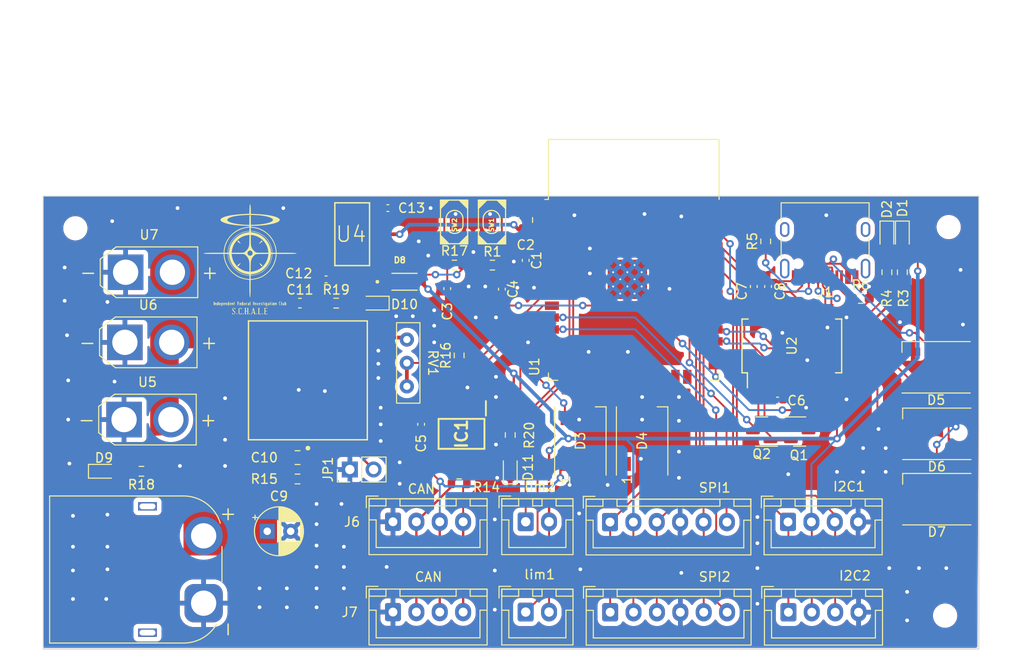
<source format=kicad_pcb>
(kicad_pcb (version 20221018) (generator pcbnew)
  (layers (0 "F.Cu" signal) (31 "B.Cu" signal) (34 "B.Paste" user) (35 "F.Paste" user) (36 "B.SilkS" user "B.Silkscreen") (37 "F.SilkS" user "F.Silkscreen") (38 "B.Mask" user) (39 "F.Mask" user) (44 "Edge.Cuts" user))
  (net 0 "")
  (net 1 "+3.3V")
  (net 2 "BOOT0")
  (net 3 "EN0")
  (net 4 "VCC")
  (net 5 "Net-(D1-A)")
  (net 6 "Net-(D2-A)")
  (net 8 "BLEStateRGB")
  (net 10 "SPIState")
  (net 12 "RGB1")
  (net 13 "RGB2")
  (net 15 "CANTX")
  (net 16 "CANRX")
  (net 17 "CANL")
  (net 18 "CANH")
  (net 19 "Net-(J1-CC1)")
  (net 20 "USB0D+")
  (net 21 "USB0D-")
  (net 23 "Net-(J1-CC2)")
  (net 26 "MOSI")
  (net 27 "MISO")
  (net 28 "SCLK")
  (net 29 "SS1")
  (net 30 "SS2")
  (net 31 "SCL")
  (net 32 "SDA")
  (net 33 "Net-(JP1-B)")
  (net 38 "Net-(MD1-TRIM)")
  (net 40 "RTS0")
  (net 41 "DTR0")
  (net 42 "Net-(U2-CBUS0)")
  (net 43 "Net-(U2-CBUS1)")
  (net 44 "Net-(R16-Pad1)")
  (net 47 "lim1")
  (net 48 "lim2")
  (net 59 "RX0")
  (net 60 "TX0")
  (net 72 "GND")
  (net 73 "+5V")
  (net 74 "+BATT")
  (net 75 "Net-(D9-A)")
  (net 76 "Net-(D10-A)")
  (net 77 "Net-(D11-A)")
  (net 78 "led1")
  (net 81 "Net-(D6-DOUT)")
  (footprint "Resistor_SMD:R_0603_1608Metric" (layer "F.Cu") (at 124.46 132.334 180)
    (fp_text reference "R14")
    (fp_text value "120")
  )
  (footprint "Connector_AMASS:AMASS_XT30U-M_1x02_P5.0mm_Vertical" (layer "F.Cu") (at 88.813 109.728)
    (fp_text reference "U7")
    (fp_text value "XT30PW-M")
  )
  (footprint "0-Myparts:SOIC127P600X175-8N" (layer "F.Cu") (at 124.714 127 -90)
    (fp_text reference "IC1")
    (fp_text value "TJA1441AT_0Z" hide)
  )
  (footprint "LED_SMD:LED_WS2812B_PLCC4_5.0x5.0mm_P3.2mm" (layer "F.Cu") (at 175.514 127 180)
    (fp_text reference "D6")
    (fp_text value "WS2812B")
  )
  (footprint "Capacitor_THT:CP_Radial_D5.0mm_P2.50mm" (layer "F.Cu") (at 103.950888 137.414)
    (fp_text reference "C9")
    (fp_text value "220u")
  )
  (footprint "Connector_JST:JST_XH_B2B-XH-A_1x02_P2.50mm_Vertical" (layer "F.Cu") (at 131.572 136.398)
    (fp_text reference "J9" hide)
    (fp_text value "Conn_01x02")
  )
  (footprint "MountingHole:MountingHole_2.1mm" (layer "F.Cu") (at 176.784 104.902)
    (fp_text reference "REF**" hide)
    (fp_text value "MountingHole_2.1mm")
  )
  (footprint "Connector_JST:JST_XH_B4B-XH-A_1x04_P2.50mm_Vertical" (layer "F.Cu") (at 117.388 136.398)
    (fp_text reference "J6")
    (fp_text value "Conn_01x04")
  )
  (footprint "Package_SO:SSOP-28_5.3x10.2mm_P0.65mm" (layer "F.Cu") (at 160.02 117.602 90)
    (fp_text reference "U2")
    (fp_text value "FT232RL")
  )
  (footprint "Connector_AMASS:AMASS_XT60PW-M_1x02_P7.20mm_Horizontal" (layer "F.Cu") (at 97.15 145.1 90)
    (fp_text reference "U3" hide)
    (fp_text value "XT60PW-M")
  )
  (footprint "LED_SMD:LED_0603_1608Metric_Pad1.05x0.95mm_HandSolder" (layer "F.Cu") (at 129.921 130.683 90)
    (fp_text reference "D11")
    (fp_text value "LED")
  )
  (footprint "0-Myparts:SS2040FL" (layer "F.Cu") (at 118.618 110.744)
    (fp_text reference "D8")
    (fp_text value "D")
  )
  (footprint "Capacitor_SMD:C_0402_1005Metric" (layer "F.Cu") (at 116.84 102.87)
    (fp_text reference "C13")
    (fp_text value "1u")
  )
  (footprint "Connector_USB:USB_C_Receptacle_HRO_TYPE-C-31-M-12" (layer "F.Cu") (at 163.578 106.206 180)
    (fp_text reference "J1")
    (fp_text value "USB_C_Receptacle_USB2.0")
  )
  (footprint "Capacitor_SMD:C_0603_1608Metric_Pad1.08x0.95mm_HandSolder" (layer "F.Cu") (at 107.442 113.03)
    (fp_text reference "C11")
    (fp_text value "10u")
  )
  (footprint "Connector_JST:JST_XH_B4B-XH-A_1x04_P2.50mm_Vertical" (layer "F.Cu") (at 159.652 146.067)
    (fp_text reference "J5" hide)
    (fp_text value "I2C2")
  )
  (footprint "Resistor_SMD:R_0603_1608Metric_Pad0.98x0.95mm_HandSolder" (layer "F.Cu") (at 124.46 118.618 90)
    (fp_text reference "R16")
    (fp_text value "1.2k")
  )
  (footprint "Package_TO_SOT_SMD:SOT-23" (layer "F.Cu") (at 160.8605 126.752896)
    (fp_text reference "Q1")
    (fp_text value "BSS138")
  )
  (footprint "0-Myparts:SKRPABE010" (layer "F.Cu") (at 129.32275 106.58325 90)
    (fp_text reference "SW1")
    (fp_text value "EN0")
  )
  (footprint "Capacitor_SMD:C_0402_1005Metric" (layer "F.Cu") (at 120.396 125.984 -90)
    (fp_text reference "C5")
    (fp_text value "0.1u")
  )
  (footprint "LED_SMD:LED_WS2812B_PLCC4_5.0x5.0mm_P3.2mm" (layer "F.Cu") (at 175.514 133.984 180)
    (fp_text reference "D7")
    (fp_text value "WS2812B")
  )
  (footprint "Capacitor_SMD:C_0402_1005Metric" (layer "F.Cu") (at 110.236 110.49)
    (fp_text reference "C12")
    (fp_text value "1u")
  )
  (footprint "Capacitor_SMD:C_0402_1005Metric_Pad0.74x0.62mm_HandSolder" (layer "F.Cu") (at 131.572 108.458 -90)
    (fp_text reference "C1")
    (fp_text value "0.1u")
  )
  (footprint "Resistor_SMD:R_0603_1608Metric_Pad0.98x0.95mm_HandSolder" (layer "F.Cu") (at 90.5 131 180)
    (fp_text reference "R18")
    (fp_text value "R")
  )
  (footprint "RF_Module:ESP32-WROOM-32" (layer "F.Cu") (at 143.124 111.394)
    (fp_text reference "U1")
    (fp_text value "ESP32-WROOM-32")
  )
  (footprint "LED_SMD:LED_0603_1608Metric_Pad1.05x0.95mm_HandSolder" (layer "F.Cu") (at 171.831 105.918 -90)
    (fp_text reference "D1")
    (fp_text value "LED")
  )
  (footprint "Connector_JST:JST_XH_B4B-XH-A_1x04_P2.50mm_Vertical" (layer "F.Cu") (at 117.388 146.05)
    (fp_text reference "J7")
    (fp_text value "Conn_01x04")
  )
  (footprint "Connector_JST:JST_XH_B2B-XH-A_1x02_P2.50mm_Vertical" (layer "F.Cu") (at 131.572 146.05)
    (fp_text reference "J8" hide)
    (fp_text value "Conn_01x02")
  )
  (footprint "Resistor_SMD:R_0603_1608Metric_Pad0.98x0.95mm_HandSolder" (layer "F.Cu") (at 170.18 109.728 -90)
    (fp_text reference "R4")
    (fp_text value "R")
  )
  (footprint "Capacitor_SMD:C_0805_2012Metric_Pad1.18x1.45mm_HandSolder" (layer "F.Cu") (at 131.572 104.14 90)
    (fp_text reference "C2")
    (fp_text value "22u")
  )
  (footprint "Connector_AMASS:AMASS_XT30U-M_1x02_P5.0mm_Vertical" (layer "F.Cu") (at 88.733 117.221)
    (fp_text reference "U6")
    (fp_text value "XT30PW-M")
  )
  (footprint "LED_SMD:LED_WS2812B_PLCC4_5.0x5.0mm_P3.2mm" (layer "F.Cu") (at 175.44 119.888 180)
    (fp_text reference "D5")
    (fp_text value "WS2812B")
  )
  (footprint "Resistor_SMD:R_0603_1608Metric" (layer "F.Cu") (at 128.016 108.966)
    (fp_text reference "R1")
    (fp_text value "10k")
  )
  (footprint "Connector_JST:JST_XH_B6B-XH-A_1x06_P2.50mm_Vertical" (layer "F.Cu") (at 140.582 136.432)
    (fp_text reference "J2" hide)
    (fp_text value "SPI1")
  )
  (footprint "0-Myparts:SOT230P700X180-4N" (layer "F.Cu") (at 113.03 105.664)
    (fp_text reference "U4")
    (fp_text value "ADP3338AKCZ-3.3")
  )
  (footprint "0-Myparts:SKRPABE010" (layer "F.Cu") (at 122.568 102.116 -90)
    (fp_text reference "SW2")
    (fp_text value "BOOT0")
  )
  (footprint "Capacitor_SMD:C_0402_1005Metric_Pad0.74x0.62mm_HandSolder" (layer "F.Cu") (at 158.496 123.444)
    (fp_text reference "C6")
    (fp_text value "0.1u")
  )
  (footprint "0-Myparts:TSR-3296" (layer "F.Cu") (at 118.872 119.42 -90)
    (fp_text reference "RV1")
    (fp_text value "20k")
  )
  (footprint "Resistor_SMD:R_0603_1608Metric" (layer "F.Cu") (at 123.952 108.966 180)
    (fp_text reference "R17")
    (fp_text value "10k")
  )
  (footprint "Connector_AMASS:AMASS_XT30U-M_1x02_P5.0mm_Vertical" (layer "F.Cu") (at 88.646 125.476)
    (fp_text reference "U5")
    (fp_text value "XT30PW-M")
  )
  (footprint "Package_TO_SOT_SMD:SOT-23" (layer "F.Cu") (at 156.7965 126.752896 180)
    (fp_text reference "Q2")
    (fp_text value "BSS138")
  )
  (footprint "Connector_PinHeader_2.54mm:PinHeader_1x02_P2.54mm_Vertical" (layer "F.Cu") (at 112.776 130.81 90)
    (fp_text reference "JP1")
    (fp_text value "Jumper_2_Open")
  )
  (footprint "Capacitor_SMD:C_0402_1005Metric_Pad0.74x0.62mm_HandSolder" (layer "F.Cu") (at 157.48 111.252 90)
    (fp_text reference "C8")
    (fp_text value "4.7u")
  )
  (footprint "0-Myparts:smallshcale" (layer "F.Cu") (at 102.108 108.331)
    (fp_text reference "G***" hide)
    (fp_text value "LOGO" hide)
  )
  (footprint "Resistor_SMD:R_0603_1608Metric_Pad0.98x0.95mm_HandSolder" (layer "F.Cu") (at 157.226 106.426 90)
    (fp_text reference "R5")
    (fp_text value "4.7k")
  )
  (footprint "MountingHole:MountingHole_2.1mm" (layer "F.Cu") (at 176.403 146.431)
    (fp_text reference "REF**" hide)
    (fp_text value "MountingHole_2.1mm")
  )
  (footprint "Capacitor_SMD:C_0402_1005Metric_Pad0.74x0.62mm_HandSolder" (layer "F.Cu") (at 155.956 111.252 90)
    (fp_text reference "C7")
    (fp_text value "0.1u")
  )
  (footprint "Resistor_SMD:R_0603_1608Metric_Pad0.98x0.95mm_HandSolder" (layer "F.Cu") (at 167.386 112.522)
    (fp_text reference "R6")
    (fp_text value "4.7k")
  )
  (footprint "LED_SMD:LED_0603_1608Metric_Pad1.05x0.95mm_HandSolder" (layer "F.Cu") (at 170.18 105.918 -90)
    (fp_text reference "D2")
    (fp_text value "LED")
  )
  (footprint "Resistor_SMD:R_0603_1608Metric_Pad0.98x0.95mm_HandSolder" (layer "F.Cu") (at 171.831 109.728 -90)
    (fp_text reference "R3")
    (fp_text value "R")
  )
  (footprint "Resistor_SMD:R_0603_1608Metric_Pad0.98x0.95mm_HandSolder" (layer "F.Cu") (at 129.921 127.127 -90)
    (fp_text reference "R20")
    (fp_text value "R")
  )
  (footprint "Resistor_SMD:R_0603_1608Metric_Pad0.98x0.95mm_HandSolder" (layer "F.Cu") (at 107.188 131.826)
    (fp_text reference "R15")
    (fp_text value "20k")
  )
  (footprint "Resistor_SMD:R_0603_1608Metric_Pad0.98x0.95mm_HandSolder" (layer "F.Cu") (at 111.316 113.03)
    (fp_text reference "R19")
    (fp_text value "R")
  )
  (footprint "Capacitor_SMD:C_0805_2012Metric_Pad1.18x1.45mm_HandSolder" (layer "F.Cu") (at 107.188 129.54)
    (fp_text reference "C10")
    (fp_text value "22u")
  )
  (footprint "LED_SMD:LED_WS2812B_PLCC4_5.0x5.0mm_P3.2mm" (layer "F.Cu") (at 144.018 127.762 90)
    (fp_text reference "D4")
    (fp_text value "WS2812B")
  )
  (footprint "LED_SMD:LED_WS2812B_PLCC4_5.0x5.0mm_P3.2mm" (layer "F.Cu") (at 137.414 127.762 90)
    (fp_text reference "D3")
    (fp_text value "WS2812B")
  )
  (footprint "LED_SMD:LED_0603_1608Metric_Pad1.05x0.95mm_HandSolder" (layer "F.Cu") (at 115.316 113.03 180)
    (fp_text reference "D10")
    (fp_text value "LED")
  )
  (footprint "LED_SMD:LED_0603_1608Metric_Pad1.05x0.95mm_HandSolder" (layer "F.Cu") (at 86.5 131)
    (fp_text reference "D9")
    (fp_text value "LED")
  )
  (footprint "Connector_JST:JST_XH_B6B-XH-A_1x06_P2.50mm_Vertical" (layer "F.Cu") (at 140.602 146.067)
    (fp_text reference "J3" hide)
    (fp_text value "SPI2")
  )
  (footprint "Capacitor_SMD:C_0402_1005Metric" (layer "F.Cu") (at 123.19 111.478 -90)
    (fp_text reference "C3")
    (fp_text value "0.1u")
  )
  (footprint "Capacitor_SMD:C_0402_1005Metric" (layer "F.Cu") (at 129.032 111.534 -90)
    (fp_text reference "C4")
    (fp_text value "0.1u")
  )
  (footprint "Connector_JST:JST_XH_B4B-XH-A_1x04_P2.50mm_Vertical" (layer "F.Cu") (at 159.612 136.415)
    (fp_text reference "J4" hide)
    (fp_text value "I2C1")
  )
  (footprint "MountingHole:MountingHole_2.1mm" (layer "F.Cu") (at 83.439 105.029)
    (fp_text reference "REF**" hide)
    (fp_text value "MountingHole_2.1mm")
  )
  (footprint "0-Myparts:MURATA_OKL-T-6-W12N-C_0" (layer "F.Cu") (at 108.295 121.2825 90)
    (fp_text reference "MD1" hide)
    (fp_text value "OKL-T/6-W12N-C")
  )
  (gr_rect (start 80 101.59) (end 180 150) (stroke (width 0.1)) (fill none) (layer "Edge.Cuts"))
  (gr_text "CAN" (at 119.634 142.875) (layer "F.SilkS") (effects (font (size 1 1)) (justify left bottom)))
  (gr_text "lim2" (at 131.318 133.223) (layer "F.SilkS") (effects (font (size 1 1)) (justify left bottom)))
  (gr_text "I2C1" (at 164.338 133.223) (layer "F.SilkS") (effects (font (size 1 1)) (justify left bottom)))
  (gr_text "SPI1" (at 149.987 133.35) (layer "F.SilkS") (effects (font (size 1 1)) (justify left bottom)))
  (gr_text "I2C2" (at 164.973 142.748) (layer "F.SilkS") (effects (font (size 1 1)) (justify left bottom)))
  (gr_text "lim1" (at 131.318 142.621) (layer "F.SilkS") (effects (font (size 1 1)) (justify left bottom)))
  (gr_text "CAN" (at 118.872 133.477) (layer "F.SilkS") (effects (font (size 1 1)) (justify left bottom)))
  (gr_text "SPI2" (at 149.987 142.875) (layer "F.SilkS") (effects (font (size 1 1)) (justify left bottom)))
  (segment (start 162.152 136.455) (end 162.112 136.415) (width 0.2) (layer "F.Cu") (net 1))
  (segment (start 171.36614 105.043) (end 170.18 105.043) (width 0.2) (layer "F.Cu") (net 1))
  (segment (start 130.302 120.523) (end 130.302 123.571) (width 0.25) (layer "F.Cu") (net 1))
  (segment (start 124.777 109.411) (end 124.777 108.966) (width 0.2) (layer "F.Cu") (net 1))
  (segment (start 134.072 128.818) (end 134.112 128.778) (width 0.25) (layer "F.Cu") (net 1))
  (segment (start 158.5385 122.834) (end 161.696 122.834) (width 0.2) (layer "F.Cu") (net 1))
  (segment (start 161.696 122.834) (end 164.846 125.984) (width 0.2) (layer "F.Cu") (net 1))
  (segment (start 132.3355 104.414) (end 131.572 105.1775) (width 0.4) (layer "F.Cu") (net 1))
  (segment (start 157.9285 123.444) (end 157.745 123.2605) (width 0.2) (layer "F.Cu") (net 1))
  (segment (start 131.572 105.1775) (end 130.8315 105.1775) (width 0.4) (layer "F.Cu") (net 1))
  (segment (start 172.606 106.28286) (end 171.36614 105.043) (width 0.2) (layer "F.Cu") (net 1))
  (segment (start 122.809 129.3) (end 122.809 129.725) (width 0.25) (layer "F.Cu") (net 1))
  (segment (start 116.2304 102.9996) (end 116.2304 105.664) (width 0.2) (layer "F.Cu") (net 1))
  (segment (start 130.8315 105.1775) (end 130.302 104.648) (width 0.4) (layer "F.Cu") (net 1))
  (segment (start 118.11 105.664) (end 116.2304 105.664) (width 0.4) (layer "F.Cu") (net 1))
  (segment (start 134.072 146.05) (end 134.072 136.398) (width 0.2) (layer "F.Cu") (net 1))
  (segment (start 173.482 109.601) (end 173.482 107.188) (width 0.2) (layer "F.Cu") (net 1))
  (segment (start 127 126.873) (end 125.236 126.873) (width 0.25) (layer "F.Cu") (net 1))
  (segment (start 116.36 102.87) (end 116.2304 102.9996) (width 0.2) (layer "F.Cu") (net 1))
  (segment (start 125.236 126.873) (end 122.809 129.3) (width 0.25) (layer "F.Cu") (net 1))
  (segment (start 173.482 107.188) (end 172.606 106.312) (width 0.2) (layer "F.Cu") (net 1))
  (segment (start 124.206 109.982) (end 124.777 109.411) (width 0.2) (layer "F.Cu") (net 1))
  (segment (start 157.745 123.2605) (end 157.745 121.202) (width 0.2) (layer "F.Cu") (net 1))
  (segment (start 121.92 109.982) (end 120.5484 109.982) (width 0.2) (layer "F.Cu") (net 1))
  (segment (start 109.8296 105.664) (end 116.2304 105.664) (width 0.6) (layer "F.Cu") (net 1))
  (segment (start 134.374 104.414) (end 132.3355 104.414) (width 0.4) (layer "F.Cu") (net 1))
  (segment (start 134.072 131.904) (end 134.072 128.818) (width 0.25) (layer "F.Cu") (net 1))
  (segment (start 120.348 109.7816) (end 120.348 110.744) (width 0.4) (layer "F.Cu") (net 1))
  (segment (start 164.846 125.984) (end 164.846 127.508) (width 0.2) (layer "F.Cu") (net 1))
  (segment (start 143.082 136.432) (end 143.082 146.047) (width 0.2) (layer "F.Cu") (net 1))
  (segment (start 124.777 108.966) (end 127.191 108.966) (width 0.2) (layer "F.Cu") (net 1))
  (segment (start 120.5484 109.982) (end 120.348 109.7816) (width 0.2) (layer "F.Cu") (net 1))
  (segment (start 172.606 106.312) (end 172.606 106.28286) (width 0.2) (layer "F.Cu") (net 1))
  (segment (start 121.134 111.53) (end 120.348 110.744) (width 0.4) (layer "F.Cu") (net 1))
  (segment (start 157.9285 123.444) (end 158.5385 122.834) (width 0.2) (layer "F.Cu") (net 1))
  (segment (start 143.082 146.047) (end 143.102 146.067) (width 0.2) (layer "F.Cu") (net 1))
  (segment (start 134.072 136.398) (end 134.072 131.904) (width 0.25) (layer "F.Cu") (net 1))
  (segment (start 116.2304 105.664) (end 120.348 109.7816) (width 0.4) (layer "F.Cu") (net 1))
  (segment (start 162.152 146.067) (end 162.152 136.455) (width 0.2) (layer "F.Cu") (net 1))
  (segment (start 130.302 123.571) (end 127 126.873) (width 0.25) (layer "F.Cu") (net 1))
  (segment (start 131.572 105.1775) (end 131.572 107.8905) (width 0.4) (layer "F.Cu") (net 1))
  (via (at 121.134 111.53) (size 0.8) (drill 0.4) (layers "F.Cu" "B.Cu") (net 1))
  (via (at 136.144 127.508) (size 0.8) (drill 0.4) (layers "F.Cu" "B.Cu") (net 1))
  (via (at 118.11 105.664) (size 0.8) (drill 0.4) (layers "F.Cu" "B.Cu") (net 1))
  (via (at 134.112 128.778) (size 0.8) (drill 0.4) (layers "F.Cu" "B.Cu") (net 1))
  (via (at 130.302 120.523) (size 0.8) (drill 0.4) (layers "F.Cu" "B.Cu") (net 1))
  (via (at 164.846 127.508) (size 0.8) (drill 0.4) (layers "F.Cu" "B.Cu") (net 1))
  (via (at 130.302 104.648) (size 0.8) (drill 0.4) (layers "F.Cu" "B.Cu") (net 1))
  (via (at 173.482 109.601) (size 0.8) (drill 0.4) (layers "F.Cu" "B.Cu") (net 1))
  (via (at 121.92 109.982) (size 0.8) (drill 0.4) (layers "F.Cu" "B.Cu") (net 1))
  (via (at 124.206 109.982) (size 0.8) (drill 0.4) (layers "F.Cu" "B.Cu") (net 1))
  (segment (start 162.112 130.242) (end 162.112 136.415) (width 0.2) (layer "B.Cu") (net 1))
  (segment (start 135.382 127.508) (end 136.144 127.508) (width 0.25) (layer "B.Cu") (net 1))
  (segment (start 164.846 127.508) (end 162.112 130.242) (width 0.2) (layer "B.Cu") (net 1))
  (segment (start 134.366 125.73) (end 136.144 127.508) (width 0.4) (layer "B.Cu") (net 1))
  (segment (start 136.144 127.508) (end 164.846 127.508) (width 0.4) (layer "B.Cu") (net 1))
  (segment (start 124.206 109.982) (end 121.92 109.982) (width 0.2) (layer "B.Cu") (net 1))
  (segment (start 173.482 109.601) (end 173.482 118.872) (width 0.4) (layer "B.Cu") (net 1))
  (segment (start 130.302 120.523) (end 130.175 120.523) (width 0.4) (layer "B.Cu") (net 1))
  (segment (start 143.082 128.35) (end 143.082 136.432) (width 0.25) (layer "B.Cu") (net 1))
  (segment (start 119.126 104.648) (end 118.11 105.664) (width 0.4) (layer "B.Cu") (net 1))
  (segment (start 130.302 120.523) (end 134.366 124.587) (width 0.4) (layer "B.Cu") (net 1))
  (segment (start 134.112 128.778) (end 135.382 127.508) (width 0.25) (layer "B.Cu") (net 1))
  (segment (start 173.482 118.872) (end 164.846 127.508) (width 0.4) (layer "B.Cu") (net 1))
  (segment (start 134.366 124.587) (end 134.366 125.73) (width 0.4) (layer "B.Cu") (net 1))
  (segment (start 142.24 127.508) (end 143.082 128.35) (width 0.25) (layer "B.Cu") (net 1))
  (segment (start 130.175 120.523) (end 121.182 111.53) (width 0.4) (layer "B.Cu") (net 1))
  (segment (start 121.182 111.53) (end 121.134 111.53) (width 0.4) (layer "B.Cu") (net 1))
  (segment (start 130.302 104.648) (end 119.126 104.648) (width 0.4) (layer "B.Cu") (net 1))
  (segment (start 122.868 106.081) (end 122.868 108.707) (width 0.2) (layer "F.Cu") (net 2))
  (segment (start 123.19 110.998) (end 123.19 109.029) (width 0.2) (layer "F.Cu") (net 2))
  (segment (start 123.19 111.025746) (end 123.19 110.998) (width 0.2) (layer "F.Cu") (net 2))
  (segment (start 122.868 108.707) (end 123.127 108.966) (width 0.2) (layer "F.Cu") (net 2))
  (segment (start 144.272 113.284) (end 137.668 113.284) (width 0.2) (layer "F.Cu") (net 2))
  (segment (start 151.874 120.886) (end 151.892 120.904) (width 0.2) (layer "F.Cu") (net 2))
  (segment (start 148.336 117.348) (end 144.272 113.284) (width 0.2) (layer "F.Cu") (net 2))
  (segment (start 159.004 124.46) (end 159.954 124.46) (width 0.2) (layer "F.Cu") (net 2))
  (segment (start 123.19 109.029) (end 123.127 108.966) (width 0.2) (layer "F.Cu") (net 2))
  (segment (start 159.954 124.46) (end 161.798 126.304) (width 0.2) (layer "F.Cu") (net 2))
  (segment (start 122.868 106.081) (end 122.868 102.616) (width 0.2) (layer "F.Cu") (net 2))
  (segment (start 161.798 126.304) (end 161.798 126.752896) (width 0.2) (layer "F.Cu") (net 2))
  (segment (start 130.81 113.284) (end 125.448254 113.284) (width 0.2) (layer "F.Cu") (net 2))
  (segment (start 151.874 119.654) (end 151.874 120.886) (width 0.2) (layer "F.Cu") (net 2))
  (segment (start 125.448254 113.284) (end 123.19 111.025746) (width 0.2) (layer "F.Cu") (net 2))
  (via (at 151.892 120.904) (size 0.8) (drill 0.4) (layers "F.Cu" "B.Cu") (net 2))
  (via (at 137.668 113.284) (size 0.8) (drill 0.4) (layers "F.Cu" "B.Cu") (net 2))
  (via (at 159.004 124.46) (size 0.8) (drill 0.4) (layers "F.Cu" "B.Cu") (net 2))
  (via (at 130.81 113.284) (size 0.8) (drill 0.4) (layers "F.Cu" "B.Cu") (net 2))
  (via (at 148.336 117.348) (size 0.8) (drill 0.4) (layers "F.Cu" "B.Cu") (net 2))
  (segment (start 137.668 113.284) (end 130.81 113.284) (width 0.2) (layer "B.Cu") (net 2))
  (segment (start 155.448 124.46) (end 159.004 124.46) (width 0.2) (layer "B.Cu") (net 2))
  (segment (start 151.892 120.904) (end 155.448 124.46) (width 0.2) (layer "B.Cu") (net 2))
  (segment (start 148.336 117.348) (end 151.892 120.904) (width 0.2) (layer "B.Cu") (net 2))
  (segment (start 149.0825 119.38) (end 149.0825 108.9505) (width 0.2) (layer "F.Cu") (net 3))
  (segment (start 128.841 108.966) (end 129.032 109.157) (width 0.2) (layer "F.Cu") (net 3))
  (segment (start 145.816 105.684) (end 134.374 105.684) (width 0.2) (layer "F.Cu") (net 3))
  (segment (start 129.02275 106.08325) (end 129.02275 108.78425) (width 0.2) (layer "F.Cu") (net 3))
  (segment (start 129.02275 108.78425) (end 128.841 108.966) (width 0.2) (layer "F.Cu") (net 3))
  (segment (start 155.859 126.141) (end 155.194 125.476) (width 0.2) (layer "F.Cu") (net 3))
  (segment (start 149.0825 108.9505) (end 145.816 105.684) (width 0.2) (layer "F.Cu") (net 3))
  (segment (start 129.857 109.982) (end 131.626467 109.982) (width 0.2) (layer "F.Cu") (net 3))
  (segment (start 129.032 109.157) (end 129.032 111.054) (width 0.2) (layer "F.Cu") (net 3))
  (segment (start 132.715 108.893467) (end 132.715 106.807) (width 0.2) (layer "F.Cu") (net 3))
  (segment (start 131.626467 109.982) (end 132.715 108.893467) (width 0.2) (layer "F.Cu") (net 3))
  (segment (start 132.715 106.807) (end 133.838 105.684) (width 0.2) (layer "F.Cu") (net 3))
  (segment (start 129.02275 102.61825) (end 129.02275 106.08325) (width 0.2) (layer "F.Cu") (net 3))
  (segment (start 133.838 105.684) (end 134.374 105.684) (width 0.2) (layer "F.Cu") (net 3))
  (segment (start 128.841 108.966) (end 129.857 109.982) (width 0.2) (layer "F.Cu") (net 3))
  (segment (start 155.859 126.752896) (end 155.859 126.141) (width 0.2) (layer "F.Cu") (net 3))
  (via (at 155.194 125.476) (size 0.8) (drill 0.4) (layers "F.Cu" "B.Cu") (net 3))
  (via (at 149.0825 119.38) (size 0.8) (drill 0.4) (layers "F.Cu" "B.Cu") (net 3))
  (segment (start 155.194 125.476) (end 149.098 119.38) (width 0.2) (layer "B.Cu") (net 3))
  (segment (start 149.098 119.38) (end 149.0825 119.38) (width 0.2) (layer "B.Cu") (net 3))
  (segment (start 116.888 110.744) (end 114.1194 107.9754) (width 0.6) (layer "F.Cu") (net 4))
  (segment (start 109.756 108.049) (end 109.8296 107.9754) (width 0.4) (layer "F.Cu") (net 4))
  (segment (start 114.1194 107.9754) (end 109.8296 107.9754) (width 0.6) (layer "F.Cu") (net 4))
  (segment (start 109.756 110.49) (end 109.756 108.049) (width 0.4) (layer "F.Cu") (net 4))
  (segment (start 171.831 108.8155) (end 171.831 106.793) (width 0.25) (layer "F.Cu") (net 5))
  (segment (start 170.18 108.8155) (end 170.18 106.793) (width 0.2) (layer "F.Cu") (net 6))
  (segment (start 135.764 123.826) (end 135.636 123.698) (width 0.2) (layer "F.Cu") (net 8))
  (segment (start 132.715 120.777) (end 132.715 119.38) (width 0.2) (layer "F.Cu") (net 8))
  (segment (start 133.744378 121.806378) (end 132.715 120.777) (width 0.2) (layer "F.Cu") (net 8))
  (segment (start 135.764 125.312) (end 135.764 123.826) (width 0.2) (layer "F.Cu") (net 8))
  (segment (start 133.711 118.384) (end 134.374 118.384) (width 0.2) (layer "F.Cu") (net 8))
  (segment (start 132.715 119.38) (end 133.711 118.384) (width 0.2) (layer "F.Cu") (net 8))
  (via (at 135.636 123.698) (size 0.8) (drill 0.4) (layers "F.Cu" "B.Cu") (net 8))
  (via (at 133.744378 121.806378) (size 0.8) (drill 0.4) (layers "F.Cu" "B.Cu") (net 8))
  (segment (start 135.636 123.698) (end 133.744378 121.806378) (width 0.2) (layer "B.Cu") (net 8))
  (segment (start 138.684 121.628) (end 138.684 120.904) (width 0.2) (layer "F.Cu") (net 10))
  (segment (start 142.368 125.312) (end 138.684 121.628) (width 0.2) (layer "F.Cu") (net 10))
  (segment (start 157.842 117.456) (end 168.908 117.456) (width 0.2) (layer "F.Cu") (net 12))
  (segment (start 168.908 117.456) (end 172.99 121.538) (width 0.2) (layer "F.Cu") (net 12))
  (segment (start 151.874 115.844) (end 152.8065 115.844) (width 0.2) (layer "F.Cu") (net 12))
  (segment (start 152.8065 115.844) (end 153.0405 116.078) (width 0.2) (layer "F.Cu") (net 12))
  (segment (start 156.972 116.586) (end 157.842 117.456) (width 0.2) (layer "F.Cu") (net 12))
  (via (at 153.0405 116.078) (size 0.8) (drill 0.4) (layers "F.Cu" "B.Cu") (net 12))
  (via (at 156.972 116.586) (size 0.8) (drill 0.4) (layers "F.Cu" "B.Cu") (net 12))
  (segment (start 153.0405 116.078) (end 156.464 116.078) (width 0.2) (layer "B.Cu") (net 12))
  (segment (start 156.464 116.078) (end 156.972 116.586) (width 0.2) (layer "B.Cu") (net 12))
  (segment (start 151.894 117.094) (end 151.874 117.114) (width 0.2) (layer "F.Cu") (net 13))
  (segment (start 157.042622 117.785378) (end 157.113244 117.856) (width 0.2) (layer "F.Cu") (net 13))
  (segment (start 169.164 124.75) (end 173.064 128.65) (width 0.2) (layer "F.Cu") (net 13))
  (segment (start 164.846 117.856) (end 169.164 122.174) (width 0.2) (layer "F.Cu") (net 13))
  (segment (start 153.0405 117.094) (end 151.894 117.094) (width 0.2) (layer "F.Cu") (net 13))
  (segment (start 157.113244 117.856) (end 164.846 117.856) (width 0.2) (layer "F.Cu") (net 13))
  (segment (start 169.164 122.174) (end 169.164 124.75) (width 0.2) (layer "F.Cu") (net 13))
  (via (at 153.0405 117.094) (size 0.8) (drill 0.4) (layers "F.Cu" "B.Cu") (net 13))
  (via (at 157.042622 117.785378) (size 0.8) (drill 0.4) (layers "F.Cu" "B.Cu") (net 13))
  (segment (start 157.042622 117.785378) (end 156.605244 117.348) (width 0.2) (layer "B.Cu") (net 13))
  (segment (start 156.605244 117.348) (end 153.2945 117.348) (width 0.2) (layer "B.Cu") (net 13))
  (segment (start 153.2945 117.348) (end 153.0405 117.094) (width 0.2) (layer "B.Cu") (net 13))
  (segment (start 133.584 112.034) (end 134.374 112.034) (width 0.2) (layer "F.Cu") (net 15))
  (segment (start 122.809 122.809) (end 133.584 112.034) (width 0.2) (layer "F.Cu") (net 15))
  (segment (start 122.809 124.275) (end 122.809 122.809) (width 0.2) (layer "F.Cu") (net 15))
  (segment (start 133.424 113.304) (end 126.619 120.109) (width 0.2) (layer "F.Cu") (net 16))
  (segment (start 126.619 120.109) (end 126.619 124.275) (width 0.2) (layer "F.Cu") (net 16))
  (segment (start 134.374 113.304) (end 133.424 113.304) (width 0.2) (layer "F.Cu") (net 16))
  (segment (start 119.888 136.398) (end 119.888 146.05) (width 0.25) (layer "F.Cu") (net 17))
  (segment (start 124.079 131.89) (end 123.635 132.334) (width 0.2) (layer "F.Cu") (net 17))
  (segment (start 124.079 129.725) (end 124.079 131.89) (width 0.2) (layer "F.Cu") (net 17))
  (segment (start 123.635 132.651) (end 123.635 132.334) (width 0.25) (layer "F.Cu") (net 17))
  (segment (start 119.888 136.398) (end 123.635 132.651) (width 0.25) (layer "F.Cu") (net 17))
  (segment (start 125.349 132.27) (end 125.285 132.334) (width 0.2) (layer "F.Cu") (net 18))
  (segment (start 124.888 132.731) (end 124.888 136.398) (width 0.2) (layer "F.Cu") (net 18))
  (segment (start 125.349 129.725) (end 125.349 132.27) (width 0.2) (layer "F.Cu") (net 18))
  (segment (start 124.888 146.05) (end 124.888 136.398) (width 0.25) (layer "F.Cu") (net 18))
  (segment (start 125.285 132.334) (end 124.888 132.731) (width 0.2) (layer "F.Cu") (net 18))
  (segment (start 166.4735 112.522) (end 166.124 112.522) (width 0.2) (layer "F.Cu") (net 19))
  (segment (start 164.828 111.226) (end 164.828 110.251) (width 0.2) (layer "F.Cu") (net 19))
  (segment (start 166.124 112.522) (end 164.828 111.226) (width 0.2) (layer "F.Cu") (net 19))
  (segment (start 164.245 112.522) (end 164.245 111.577314) (width 0.2) (layer "F.Cu") (net 20))
  (segment (start 162.843801 111.731045) (end 162.828 111.715244) (width 0.2) (layer "F.Cu") (net 20))
  (segment (start 164.846 112.522) (end 164.245 112.522) (width 0.2) (layer "F.Cu") (net 20))
  (segment (start 164.245 114.002) (end 164.245 112.522) (width 0.2) (layer "F.Cu") (net 20))
  (segment (start 162.828 111.715244) (end 162.828 110.251) (width 0.2) (layer "F.Cu") (net 20))
  (segment (start 164.245 111.577314) (end 163.828 111.160314) (width 0.2) (layer "F.Cu") (net 20))
  (segment (start 163.828 111.160314) (end 163.828 110.251) (width 0.2) (layer "F.Cu") (net 20))
  (via (at 162.843801 111.731045) (size 0.8) (drill 0.4) (layers "F.Cu" "B.Cu") (net 20))
  (via (at 164.846 112.522) (size 0.8) (drill 0.4) (layers "F.Cu" "B.Cu") (net 20))
  (segment (start 163.634756 112.522) (end 162.843801 111.731045) (width 0.2) (layer "B.Cu") (net 20))
  (segment (start 164.846 112.522) (end 163.634756 112.522) (width 0.2) (layer "B.Cu") (net 20))
  (segment (start 163.384 109.22) (end 164.272 109.22) (width 0.2) (layer "F.Cu") (net 21))
  (segment (start 163.328 109.276) (end 163.384 109.22) (width 0.2) (layer "F.Cu") (net 21))
  (segment (start 164.328 109.276) (end 164.328 110.251) (width 0.2) (layer "F.Cu") (net 21))
  (segment (start 163.328 110.251) (end 163.328 109.276) (width 0.2) (layer "F.Cu") (net 21))
  (segment (start 163.595 111.493) (end 163.328 111.226) (width 0.2) (layer "F.Cu") (net 21))
  (segment (start 163.595 114.002) (end 163.595 111.493) (width 0.2) (layer "F.Cu") (net 21))
  (segment (start 163.328 111.226) (end 163.328 110.251) (width 0.2) (layer "F.Cu") (net 21))
  (segment (start 164.272 109.22) (end 164.328 109.276) (width 0.2) (layer "F.Cu") (net 21))
  (segment (start 157.226 108.712) (end 157.226 107.3385) (width 0.2) (layer "F.Cu") (net 23))
  (segment (start 161.828 111.73) (end 161.798 111.76) (width 0.2) (layer "F.Cu") (net 23))
  (segment (start 161.828 110.251) (end 161.828 111.73) (width 0.2) (layer "F.Cu") (net 23))
  (via (at 161.798 111.76) (size 0.8) (drill 0.4) (layers "F.Cu" "B.Cu") (net 23))
  (via (at 157.226 108.712) (size 0.8) (drill 0.4) (layers "F.Cu" "B.Cu") (net 23))
  (segment (start 161.798 111.76) (end 160.000629 111.76) (width 0.2) (layer "B.Cu") (net 23))
  (segment (start 160.000629 111.76) (end 157.226 108.985371) (width 0.2) (layer "B.Cu") (net 23))
  (segment (start 157.226 108.985371) (end 157.226 108.712) (width 0.2) (layer "B.Cu") (net 23))
  (segment (start 140.602 136.452) (end 140.582 136.432) (width 0.2) (layer "F.Cu") (net 26))
  (segment (start 151.344 104.414) (end 151.874 104.414) (width 0.2) (layer "F.Cu") (net 26))
  (segment (start 140.582 136.432) (end 144.172 132.842) (width 0.2) (layer "F.Cu") (net 26))
  (segment (start 144.172 132.842) (end 148.606314 132.842) (width 0.2) (layer "F.Cu") (net 26))
  (segment (start 140.602 146.067) (end 140.602 136.452) (width 0.2) (layer "F.Cu") (net 26))
  (segment (start 148.606314 132.842) (end 149.782 131.666314) (width 0.2) (layer "F.Cu") (net 26))
  (segment (start 149.782 105.976) (end 151.344 104.414) (width 0.2) (layer "F.Cu") (net 26))
  (segment (start 149.782 131.666314) (end 149.782 105.976) (width 0.2) (layer "F.Cu") (net 26))
  (segment (start 150.182 131.832) (end 150.182 113.196) (width 0.2) (layer "F.Cu") (net 27))
  (segment (start 145.582 136.432) (end 145.582 146.047) (width 0.2) (layer "F.Cu") (net 27))
  (segment (start 150.182 113.196) (end 151.344 112.034) (width 0.2) (layer "F.Cu") (net 27))
  (segment (start 151.344 112.034) (end 151.874 112.034) (width 0.2) (layer "F.Cu") (net 27))
  (segment (start 145.582 146.047) (end 145.602 146.067) (width 0.2) (layer "F.Cu") (net 27))
  (segment (start 145.582 136.432) (end 150.182 131.832) (width 0.2) (layer "F.Cu") (net 27))
  (segment (start 151.344 113.304) (end 150.582 114.066) (width 0.2) (layer "F.Cu") (net 28))
  (segment (start 151.874 113.304) (end 151.344 113.304) (width 0.2) (layer "F.Cu") (net 28))
  (segment (start 150.602 136.452) (end 150.582 136.432) (width 0.2) (layer "F.Cu") (net 28))
  (segment (start 150.602 146.067) (end 150.602 136.452) (width 0.2) (layer "F.Cu") (net 28))
  (segment (start 150.582 114.066) (end 150.582 136.432) (width 0.2) (layer "F.Cu") (net 28))
  (segment (start 135.5325 114.574) (end 135.5525 114.554) (width 0.2) (layer "F.Cu") (net 29))
  (segment (start 151.384 122.682) (end 153.0405 124.3385) (width 0.2) (layer "F.Cu") (net 29))
  (segment (start 134.374 114.574) (end 135.5325 114.574) (width 0.2) (layer "F.Cu") (net 29))
  (segment (start 153.0405 136.3905) (end 153.082 136.432) (width 0.2) (layer "F.Cu") (net 29))
  (segment (start 153.0405 124.3385) (end 153.0405 136.3905) (width 0.2) (layer "F.Cu") (net 29))
  (via (at 151.384 122.682) (size 0.8) (drill 0.4) (layers "F.Cu" "B.Cu") (net 29))
  (via (at 135.5525 114.554) (size 0.8) (drill 0.4) (layers "F.Cu" "B.Cu") (net 29))
  (segment (start 143.256 114.554) (end 151.384 122.682) (width 0.2) (layer "B.Cu") (net 29))
  (segment (start 135.5525 114.554) (end 143.256 114.554) (width 0.2) (layer "B.Cu") (net 29))
  (segment (start 151.932 144.897) (end 151.932 124.5) (width 0.2) (layer "F.Cu") (net 30))
  (segment (start 153.102 146.067) (end 151.932 144.897) (width 0.2) (layer "F.Cu") (net 30))
  (segment (start 134.394 115.824) (end 134.374 115.844) (width 0.2) (layer "F.Cu") (net 30))
  (segment (start 151.932 124.5) (end 151.892 124.46) (width 0.2) (layer "F.Cu") (net 30))
  (segment (start 135.5525 115.824) (end 134.394 115.824) (width 0.2) (layer "F.Cu") (net 30))
  (via (at 151.892 124.46) (size 0.8) (drill 0.4) (layers "F.Cu" "B.Cu") (net 30))
  (via (at 135.5525 115.824) (size 0.8) (drill 0.4) (layers "F.Cu" "B.Cu") (net 30))
  (segment (start 151.892 124.46) (end 143.256 115.824) (width 0.2) (layer "B.Cu") (net 30))
  (segment (start 143.256 115.824) (end 135.5525 115.824) (width 0.2) (layer "B.Cu") (net 30))
  (segment (start 159.652 146.067) (end 159.652 136.455) (width 0.2) (layer "F.Cu") (net 31))
  (segment (start 152.42 105.684) (end 151.874 105.684) (width 0.2) (layer "F.Cu") (net 31))
  (segment (start 153.416 106.68) (end 152.42 105.684) (width 0.2) (layer "F.Cu") (net 31))
  (segment (start 159.652 136.455) (end 159.612 136.415) (width 0.2) (layer "F.Cu") (net 31))
  (segment (start 153.74 112.0595) (end 153.4405 111.76) (width 0.2) (layer "F.Cu") (net 31))
  (segment (start 153.74 130.543) (end 153.74 112.0595) (width 0.2) (layer "F.Cu") (net 31))
  (segment (start 159.612 136.415) (end 153.74 130.543) (width 0.2) (layer "F.Cu") (net 31))
  (via (at 153.4405 111.76) (size 0.8) (drill 0.4) (layers "F.Cu" "B.Cu") (net 31))
  (via (at 153.416 106.68) (size 0.8) (drill 0.4) (layers "F.Cu" "B.Cu") (net 31))
  (segment (start 153.4405 111.76) (end 153.416 111.7355) (width 0.2) (layer "B.Cu") (net 31))
  (segment (start 153.416 111.7355) (end 153.416 106.68) (width 0.2) (layer "B.Cu") (net 31))
  (segment (start 152.404 109.494) (end 154.14 111.23) (width 0.2) (layer "F.Cu") (net 32))
  (segment (start 154.14 128.74) (end 159.004 133.604) (width 0.2) (layer "F.Cu") (net 32))
  (segment (start 164.652 136.455) (end 164.612 136.415) (width 0.2) (layer "F.Cu") (net 32))
  (segment (start 162.56 133.604) (end 164.612 135.656) (width 0.2) (layer "F.Cu") (net 32))
  (segment (start 159.004 133.604) (end 162.56 133.604) (width 0.2) (layer "F.Cu") (net 32))
  (segment (start 151.874 109.494) (end 152.404 109.494) (width 0.2) (layer "F.Cu") (net 32))
  (segment (start 164.652 146.067) (end 164.652 136.455) (width 0.2) (layer "F.Cu") (net 32))
  (segment (start 164.612 135.656) (end 164.612 136.415) (width 0.2) (layer "F.Cu") (net 32))
  (segment (start 154.14 111.23) (end 154.14 128.74) (width 0.2) (layer "F.Cu") (net 32))
  (segment (start 112.776 128.27) (end 115.316 130.81) (width 0.25) (layer "F.Cu") (net 33))
  (segment (start 110.7105 128.27) (end 112.776 128.27) (width 0.25) (layer "F.Cu") (net 33))
  (segment (start 108.295 125.8545) (end 110.7105 128.27) (width 0.25) (layer "F.Cu") (net 33))
  (segment (start 109.20325 126.76275) (end 108.295 125.8545) (width 0.2) (layer "F.Cu") (net 33))
  (segment (start 109.20325 130.72325) (end 109.20325 126.76275) (width 0.2) (layer "F.Cu") (net 33))
  (segment (start 108.1005 131.826) (end 109.20325 130.72325) (width 0.2) (layer "F.Cu") (net 33))
  (segment (start 118.6625 116.7105) (end 118.872 116.92) (width 0.4) (layer "F.Cu") (net 38))
  (segment (start 112.867 116.7105) (end 118.6625 116.7105) (width 0.4) (layer "F.Cu") (net 38))
  (segment (start 157.095 125.163896) (end 157.095 121.202) (width 0.2) (layer "F.Cu") (net 40))
  (segment (start 157.734 125.802896) (end 159.923 125.802896) (width 0.2) (layer "F.Cu") (net 40))
  (segment (start 157.734 125.802896) (end 157.095 125.163896) (width 0.2) (layer "F.Cu") (net 40))
  (segment (start 157.734 127.702896) (end 157.734 127.254) (width 0.2) (layer "F.Cu") (net 41))
  (segment (start 156.445 125.965) (end 156.445 121.202) (width 0.2) (layer "F.Cu") (net 41))
  (segment (start 157.734 127.702896) (end 159.923 127.702896) (width 0.2) (layer "F.Cu") (net 41))
  (segment (start 157.734 127.254) (end 156.445 125.965) (width 0.2) (layer "F.Cu") (net 41))
  (segment (start 159.045 115.077) (end 160.7 116.732) (width 0.2) (layer "F.Cu") (net 42))
  (segment (start 171.831 111.7835) (end 166.8825 116.732) (width 0.25) (layer "F.Cu") (net 42))
  (segment (start 160.7 116.732) (end 166.8825 116.732) (width 0.2) (layer "F.Cu") (net 42))
  (segment (start 171.831 110.6405) (end 171.831 111.7835) (width 0.25) (layer "F.Cu") (net 42))
  (segment (start 159.045 114.002) (end 159.045 115.077) (width 0.2) (layer "F.Cu") (net 42))
  (segment (start 170.18 112.268) (end 166.116 116.332) (width 0.2) (layer "F.Cu") (net 43))
  (segment (start 166.116 116.332) (end 160.975 116.332) (width 0.2) (layer "F.Cu") (net 43))
  (segment (start 159.695 115.052) (end 159.695 114.002) (width 0.2) (layer "F.Cu") (net 43))
  (segment (start 170.18 110.6405) (end 170.18 112.268) (width 0.2) (layer "F.Cu") (net 43))
  (segment (start 160.975 116.332) (end 159.695 115.052) (width 0.2) (layer "F.Cu") (net 43))
  (segment (start 124.3495 119.42) (end 124.46 119.5305) (width 0.2) (layer "F.Cu") (net 44))
  (segment (start 118.872 119.42) (end 118.872 121.92) (width 0.4) (layer "F.Cu") (net 44))
  (segment (start 118.872 119.42) (end 124.3495 119.42) (width 0.2) (layer "F.Cu") (net 44))
  (segment (start 132.842 124.333) (end 136.652 120.523) (width 0.2) (layer "F.Cu") (net 47))
  (segment (start 136.652 110.822) (end 135.324 109.494) (width 0.2) (layer "F.Cu") (net 47))
  (segment (start 136.652 120.523) (end 136.652 110.822) (width 0.2) (layer "F.Cu") (net 47))
  (segment (start 131.572 146.05) (end 132.842 144.78) (width 0.2) (layer "F.Cu") (net 47))
  (segment (start 135.324 109.494) (end 134.374 109.494) (width 0.2) (layer "F.Cu") (net 47))
  (segment (start 132.842 144.78) (end 132.842 124.333) (width 0.2) (layer "F.Cu") (net 47))
  (segment (start 134.374 110.764) (end 135.324 110.764) (width 0.2) (layer "F.Cu") (net 48))
  (segment (start 136.252 111.692) (end 136.252 120.288) (width 0.2) (layer "F.Cu") (net 48))
  (segment (start 136.252 120.288) (end 131.572 124.968) (width 0.2) (layer "F.Cu") (net 48))
  (segment (start 131.572 124.968) (end 131.572 136.398) (width 0.2) (layer "F.Cu") (net 48))
  (segment (start 135.324 110.764) (end 136.252 111.692) (width 0.2) (layer "F.Cu") (net 48))
  (segment (start 154.54 109.94) (end 154.54 119.947) (width 0.2) (layer "F.Cu") (net 59))
  (segment (start 152.824 108.224) (end 154.54 109.94) (width 0.2) (layer "F.Cu") (net 59))
  (segment (start 151.874 108.224) (end 152.824 108.224) (width 0.2) (layer "F.Cu") (net 59))
  (segment (start 154.54 119.947) (end 155.795 121.202) (width 0.2) (layer "F.Cu") (net 59))
  (segment (start 154.94 116.672) (end 154.94 109.49) (width 0.2) (layer "F.Cu") (net 60))
  (segment (start 154.94 109.49) (end 152.404 106.954) (width 0.2) (layer "F.Cu") (net 60))
  (segment (start 152.404 106.954) (end 151.874 106.954) (width 0.2) (layer "F.Cu") (net 60))
  (segment (start 158.395 121.202) (end 158.395 120.127) (width 0.2) (layer "F.Cu") (net 60))
  (segment (start 158.395 120.127) (end 154.94 116.672) (width 0.2) (layer "F.Cu") (net 60))
  (segment (start 117.32 102.87) (end 121.412 102.87) (width 0.2) (layer "F.Cu") (net 72))
  (segment (start 160.782 123.444) (end 161.544 124.206) (width 0.2) (layer "F.Cu") (net 72))
  (segment (start 159.893 110.686) (end 157.4815 110.686) (width 0.2) (layer "F.Cu") (net 72))
  (segment (start 168.2985 112.522) (end 168.2985 112.7525) (width 0.2) (layer "F.Cu") (net 72))
  (segment (start 158.242 116.205) (end 159.004 116.205) (width 0.2) (layer "F.Cu") (net 72))
  (segment (start 160.9005 115.6325) (end 163.83 115.6325) (width 0.2) (layer "F.Cu") (net 72))
  (segment (start 134.374 103.144) (end 136.291 103.144) (width 0.25) (layer "F.Cu") (net 72))
  (segment (start 160.345 115.077) (end 160.9005 115.6325) (width 0.2) (layer "F.Cu") (net 72))
  (segment (start 125.786 114.554) (end 126.238 114.554) (width 0.25) (layer "F.Cu") (net 72))
  (segment (start 123.19 111.958) (end 125.786 114.554) (width 0.25) (layer "F.Cu") (net 72))
  (segment (start 168.275 111.252) (end 168.148 111.252) (width 0.2) (layer "F.Cu") (net 72))
  (segment (start 167.829 111.252) (end 168.275 111.252) (width 0.2) (layer "F.Cu") (net 72))
  (segment (start 160.696 119.126) (end 161.671 119.126) (width 0.2) (layer "F.Cu") (net 72))
  (segment (start 162.295 115.077) (end 162.8505 115.6325) (width 0.2) (layer "F.Cu") (net 72))
  (segment (start 157.745 114.946) (end 159.004 116.205) (width 0.2) (layer "F.Cu") (net 72))
  (segment (start 136.291 103.144) (end 136.779 103.632) (width 0.25) (layer "F.Cu") (net 72))
  (segment (start 157.745 114.002) (end 157.745 114.946) (width 0.2) (layer "F.Cu") (net 72))
  (segment (start 162.8505 115.6325) (end 163.83 115.6325) (width 0.2) (layer "F.Cu") (net 72))
  (segment (start 159.695 121.202) (end 159.695 120.127) (width 0.2) (layer "F.Cu") (net 72))
  (segment (start 157.095 114.002) (end 157.095 115.058) (width 0.2) (layer "F.Cu") (net 72))
  (segment (start 166.828 110.251) (end 167.829 111.252) (width 0.2) (layer "F.Cu") (net 72))
  (segment (start 159.0635 123.444) (end 160.782 123.444) (width 0.2) (layer "F.Cu") (net 72))
  (segment (start 131.572 109.0255) (end 130.7425 109.0255) (width 0.25) (layer "F.Cu") (net 72))
  (segment (start 130.7425 109.0255) (end 130.302 108.585) (width 0.25) (layer "F.Cu") (net 72))
  (segment (start 162.295 114.002) (end 162.295 115.077) (width 0.2) (layer "F.Cu") (net 72))
  (segment (start 160.345 114.002) (end 160.345 115.077) (width 0.2) (layer "F.Cu") (net 72))
  (segment (start 157.095 115.058) (end 158.242 116.205) (width 0.2) (layer "F.Cu") (net 72))
  (segment (start 160.328 110.251) (end 159.893 110.686) (width 0.2) (layer "F.Cu") (net 72))
  (segment (start 159.695 120.127) (end 160.696 119.126) (width 0.2) (layer "F.Cu") (net 72))
  (segment (start 168.2985 112.7525) (end 167.132 113.919) (width 0.2) (layer "F.Cu") (net 72))
  (segment (start 157.4815 110.686) (end 157.48 110.6845) (width 0.2) (layer "F.Cu") (net 72))
  (via (at 136.271 132.461) (size 0.8) (drill 0.4) (layers "F.Cu" "B.Cu") (net 72))
  (via (at 128.524 131.699) (size 0.8) (drill 0.4) (layers "F.Cu" "B.Cu") (net 72))
  (via (at 176.53 141.351) (size 0.8) (drill 0.4) (layers "F.Cu" "B.Cu") (net 72))
  (via (at 94.615 130.429) (size 0.8) (drill 0.4) (layers "F.Cu" "B.Cu") (net 72))
  (via (at 130.302 108.585) (size 0.8) (drill 0.4) (layers "F.Cu" "B.Cu") (net 72))
  (via (at 127.762 103.505) (size 0.8) (drill 0.4) (layers "F.Cu" "B.Cu") (net 72))
  (via (at 121.793 115.443) (size 0.8) (drill 0.4) (layers "F.Cu" "B.Cu") (net 72))
  (via (at 161.544 124.206) (size 0.8) (drill 0.4) (layers "F.Cu" "B.Cu") (net 72))
  (via (at 121.793 113.792) (size 0.8) (drill 0.4) (layers "F.Cu" "B.Cu") (net 72))
  (via (at 110.109 122.428) (size 0.8) (drill 0.4) (layers "F.Cu" "B.Cu") (net 72))
  (via (at 117.729 114.427) (size 0.8) (drill 0.4) (layers "F.Cu" "B.Cu") (net 72))
  (via (at 148.209 141.859) (size 0.8) (drill 0.4) (layers "F.Cu" "B.Cu") (net 72))
  (via (at 128.397 123.063) (size 0.8) (drill 0.4) (layers "F.Cu" "B.Cu") (net 72))
  (via (at 107.315 122.301) (size 0.8) (drill 0.4) (layers "F.Cu" "B.Cu") (net 72))
  (via (at 156.337 145.161) (size 0.8) (drill 0.4) (layers "F.Cu" "B.Cu") (net 72))
  (via (at 148.209 103.759) (size 0.8) (drill 0.4) (layers "F.Cu" "B.Cu") (net 72))
  (via (at 115.824 118.11) (size 0.8) (drill 0.4) (layers "F.Cu" "B.Cu") (net 72))
  (via (at 125.476 111.252) (size 0.8) (drill 0.4) (layers "F.Cu" "B.Cu") (net 72))
  (via (at 87.63 121.412) (size 0.8) (drill 0.4) (layers "F.Cu" "B.Cu") (net 72))
  (via (at 128.27 141.605) (size 0.8) (drill 0.4) (layers "F.Cu" "B.Cu") (net 72))
  (via (at 138.43 109.855) (size 0.8) (drill 0.4) (layers "F.Cu" "B.Cu") (net 72))
  (via (at 147.955 125.603) (size 0.8) (drill 0.4) (layers "F.Cu" "B.Cu") (net 72))
  (via (at 138.43 107.188) (size 0.8) (drill 0.4) (layers "F.Cu" "B.Cu") (net 72))
  (via (at 156.337 138.684) (size 0.8) (drill 0.4) (layers "F.Cu" "B.Cu") (net 72))
  (via (at 144.018 123.063) (size 0.8) (drill 0.4) (layers "F.Cu" "B.Cu") (net 72))
  (via (at 94.361 102.87) (size 0.8) (drill 0.4) (layers "F.Cu" "B.Cu") (net 72))
  (via (at 106.045 145.542) (size 0.8) (drill 0.4) (layers "F.Cu" "B.Cu") (net 72))
  (via (at 106.045 143.51) (size 0.8) (drill 0.4) (layers "F.Cu" "B.Cu") (net 72))
  (via (at 83.185 144.653) (size 0.8) (drill 0.4) (layers "F.Cu" "B.Cu") (net 72))
  (via (at 99.441 127.635) (size 0.8) (drill 0.4) (layers "F.Cu" "B.Cu") (net 72))
  (via (at 86.868 139.065) (size 0.8) (drill 0.4) (layers "F.Cu" "B.Cu") (net 72))
  (via (at 86.868 112.903) (size 0.8) (drill 0.4) (layers "F.Cu" "B.Cu") (net 72))
  (via (at 144.018 125.476) (size 0.8) (drill 0.4) (layers "F.Cu" "B.Cu") (net 72))
  (via (at 128.27 136.144) (size 0.8) (drill 0.4) (layers "F.Cu" "B.Cu") (net 72))
  (via (at 140.335 132.461) (size 0.8) (drill 0.4) (layers "F.Cu" "B.Cu") (net 72))
  (via (at 132.461 111.379) (size 0.8) (drill 0.4) (layers "F.Cu" "B.Cu") (net 72))
  (via (at 170.053 131.064) (size 0.8) (drill 0.4) (layers "F.Cu" "B.Cu") (net 72))
  (via (at 116.713 141.224) (size 0.8) (drill 0.4) (layers "F.Cu" "B.Cu") (net 72))
  (via (at 118.11 132.334) (size 0.8) (drill 0.4) (layers "F.Cu" "B.Cu") (net 72))
  (via (at 128.397 128.143) (size 0.8) (drill 0.4) (layers "F.Cu" "B.Cu") (net 72))
  (via (at 116.078 125.984) (size 0.8) (drill 0.4) (layers "F.Cu" "B.Cu") (net 72))
  (via (at 127.254 111.252) (size 0.8) (drill 0.4) (layers "F.Cu" "B.Cu") (net 72))
  (via (at 87.376 104.267) (size 0.8) (drill 0.4) (layers "F.Cu" "B.Cu") (net 72))
  (via (at 86.868 135.636) (size 0.8) (drill 0.4) (layers "F.Cu" "B.Cu") (net 72))
  (via (at 167.64 128.524) (size 0.8) (drill 0.4) (layers "F.Cu" "B.Cu") (net 72))
  (via (at 164.846 131.064) (size 0.8) (drill 0.4) (layers "F.Cu" "B.Cu") (net 72))
  (via (at 82.296 112.776) (size 0.8) (drill 0.4) (layers "F.Cu" "B.Cu") (net 72))
  (via (at 125.349 122.047) (size 0.8) (drill 0.4) (layers "F.Cu" "B.Cu") (net 72))
  (via (at 156.337 141.351) (size 0.8) (drill 0.4) (layers "F.Cu" "B.Cu") (net 72))
  (via (at 105.664 102.87) (size 0.8) (drill 0.4) (layers "F.Cu" "B.Cu") (net 72))
  (via (at 147.955 128.905) (size 0.8) (drill 0.4) (layers "F.Cu" "B.Cu") (net 72))
  (via (at 83.185 141.605) (size 0.8) (drill 0.4) (layers "F.Cu" "B.Cu") (net 72))
  (via (at 137.287 125.476) (size 0.8) (drill 0.4) (layers "F.Cu" "B.Cu") (net 72))
  (via (at 86.868 141.478) (size 0.8) (drill 0.4) (layers "F.Cu" "B.Cu") (net 72))
  (via (at 82.55 116.459) (size 0.8) (drill 0.4) (layers "F.Cu" "B.Cu") (net 72))
  (via (at 83.185 135.763) (size 0.8) (drill 0.4) (layers "F.Cu" "B.Cu") (net 72))
  (via (at 128.397 120.904) (size 0.8) (drill 0.4) (layers "F.Cu" "B.Cu") (net 72))
  (via (at 118.11 130.048) (size 0.8) (drill 0.4) (layers "F.Cu" "B.Cu") (net 72))
  (via (at 82.677 121.285) (size 0.8) (drill 0.4) (layers "F.Cu" "B.Cu") (net 72))
  (via (at 130.683 111.379) (size 0.8) (drill 0.4) (layers "F.Cu" "B.Cu") (net 72))
  (via (at 168.275 111.252) (size 0.8) (drill 0.4) (layers "F.Cu" "B.Cu") (net 72))
  (via (at 144.272 103.505) (size 0.8) (drill 0.4) (layers "F.Cu" "B.Cu") (net 72))
  (via (at 112.141 143.51) (size 0.8) (drill 0.4) (layers "F.Cu" "B.Cu") (net 72))
  (via (at 165.862 114.554) (size 0.8) (drill 0.4) (layers "F.Cu" "B.Cu") (net 72))
  (via (at 163.83 115.6325) (size 0.8) (drill 0.4) (layers "F.Cu" "B.Cu") (net 72))
  (via (at 121.793 117.221) (size 0.8) (drill 0.4) (layers "F.Cu" "B.Cu") (net 72))
  (via (at 116.078 124.206) (size 0.8) (drill 0.4) (layers "F.Cu" "B.Cu") (net 72))
  (via (at 167.64 131.064) (size 0.8) (drill 0.4) (layers "F.Cu" "B.Cu") (net 72))
  (via (at 83.185 139.065) (size 0.8) (drill 0.4) (layers "F.Cu" "B.Cu") (net 72))
  (via (at 178.308 115.316) (size 0.8) (drill 0.4) (layers "F.Cu" "B.Cu") (net 72))
  (via (at 116.078 127.762) (size 0.8) (drill 0.4) (layers "F.Cu" "B.Cu") (net 72))
  (via (at 178.054 109.474) (size 0.8) (drill 0.4) (layers "F.Cu" "B.Cu") (net 72))
  (via (at 109.22 136.652) (size 0.8) (drill 0.4) (layers "F.Cu" "B.Cu") (net 72))
  (via (at 124.079 103.505) (size 0.8) (drill 0.4) (layers "F.Cu" "B.Cu") (net 72))
  (via (at 112.141 139.065) (size 0.8) (drill 0.4) (layers "F.Cu" "B.Cu") (net 72))
  (via (at 121.412 102.87) (size 0.8) (drill 0.4) (layers "F.Cu" "B.Cu") (net 72))
  (via (at 99.441 123.19) (size 0.8) (drill 0.4) (layers "F.Cu" "B.Cu") (net 72))
  (via (at 82.677 125.476) (size 0.8) (drill 0.4) (layers "F.Cu" "B.Cu") (net 72))
  (via (at 172.339 143.891) (size 0.8) (drill 0.4) (layers "F.Cu" "B.Cu") (net 72))
  (via (at 115.824 119.507) (size 0.8) (drill 0.4) (layers "F.Cu" "B.Cu") (net 72))
  (via (at 170.053 128.524) (size 0.8) (drill 0.4) (layers "F.Cu" "B.Cu") (net 72))
  (via (at 169.284833 126.485833) (size 0.8) (drill 0.4) (layers "F.Cu" "B.Cu") (net 72))
  (via (at 103.125909 145.533492) (size 0.8) (drill 0.4) (layers "F.Cu" "B.Cu") (net 72))
  (via (at 159.639 131.318) (size 0.8) (drill 0.4) (layers "F.Cu" "B.Cu") (net 72))
  (via (at 109.22 138.938) (size 0.8) (drill 0.4) (layers "F.Cu" "B.Cu") (net 72))
  (via (at 121.158 107.95) (size 0.8) (drill 0.4) (layers "F.Cu" "B.Cu") (net 72))
  (via (at 146.939 111.506) (size 0.8) (drill 0.4) (layers "F.Cu" "B.Cu") (net 72))
  (via (at 128.397 114.554) (size 0.8) (drill 0.4) (layers "F.Cu" "B.Cu") (net 72))
  (via (at 161.671 119.126) (size 0.8) (drill 0.4) (layers "F.Cu" "B.Cu") (net 72))
  (via (at 112.141 141.224) (size 0.8) (drill 0.4) (layers "F.Cu" "B.Cu") (net 72))
  (via (at 163.703 103.632) (size 0.8) (drill 0.4) (layers "F.Cu" "B.Cu") (net 72))
  (via (at 136.779 103.632) (size 0.8) (drill 0.4) (layers "F.Cu" "B.Cu") (net 72))
  (via (at 82.296 109.22) (size 0.8) (drill 0.4) (layers "F.Cu" "B.Cu") (net 72))
  (via (at 86.741 144.653) (size 0.8) (drill 0.4) (layers "F.Cu" "B.Cu") (net 72))
  (via (at 128.27 145.796) (size 0.8) (drill 0.4) (layers "F.Cu" "B.Cu") (net 72))
  (via (at 115.824 121.031) (size 0.8) (drill 0.4) (layers "F.Cu" "B.Cu") (net 72))
  (via (at 147.955 123.063) (size 0.8) (drill 0.4) (layers "F.Cu" "B.Cu") (net 72))
  (via (at 143.891 129.667) (size 0.8) (drill 0.4) (layers "F.Cu" "B.Cu") (net 72))
  (via (at 109.22 143.51) (size 0.8) (drill 0.4) (layers "F.Cu" "B.Cu") (net 72))
  (via (at 109.22 134.493) (size 0.8) (drill 0.4) (layers "F.Cu" "B.Cu") (net 72))
  (via (at 109.22 145.542) (size 0.8) (drill 0.4) (layers "F.Cu" "B.Cu") (net 72))
  (via (at 131.826 117.221) (size 0.8) (drill 0.4) (layers "F.Cu" "B.Cu") (net 72))
  (via (at 120.142 106.426) (size 0.8) (drill 0.4) (layers "F.Cu" "B.Cu") (net 72))
  (via (at 119.507 114.427) (size 0.8) (drill 0.4) (layers "F.Cu" "B.Cu") (net 72))
  (via (at 142.494 118.237) (size 0.8) (drill 0.4) (layers "F.Cu" "B.Cu") (net 72))
  (via (at 109.22 141.224) (size 0.8) (drill 0.4) (layers "F.Cu" "B.Cu") (net 72))
  (via (at 125.984 107.569) (size 0.8) (drill 0.4) (layers "F.Cu" "B.Cu") (net 72))
  (via (at 99.441 130.429) (size 0.8) (drill 0.4) (layers "F.Cu" "B.Cu") (net 72))
  (via (at 173.609 141.351) (size 0.8) (drill 0.4) (layers "F.Cu" "B.Cu") (net 72))
  (via (at 156.337 135.89) (size 0.8) (drill 0.4) (layers "F.Cu" "B.Cu") (net 72))
  (via (at 165.862 123.317) (size 0.8) (drill 0.4) (layers "F.Cu" "B.Cu") (net 72))
  (via (at 82.804 130.175) (size 0.8) (drill 0.4) (layers "F.Cu" "B.Cu") (net 72))
  (via (at 126.238 114.554) (size 0.8) (drill 0.4) (layers "F.Cu" "B.Cu") (net 72))
  (via (at 137.414 141.478) (size 0.8) (drill 0.4) (layers "F.Cu" "B.Cu") (net 72))
  (via (at 137.287 135.509) (size 0.8) (drill 0.4) (layers "F.Cu" "B.Cu") (net 72))
  (via (at 171.577 115.062) (size 0.8) (drill 0.4) (layers "F.Cu" "B.Cu") (net 72))
  (via (at 170.434 141.351) (size 0.8) (drill 0.4) (layers "F.Cu" "B.Cu") (net 72))
  (via (at 159.004 116.205) (size 0.8) (drill 0.4) (layers "F.Cu" "B.Cu") (net 72))
  (via (at 111.887 134.493) (size 0.8) (drill 0.4) (layers "F.Cu" "B.Cu") (net 72))
  (via (at 103.124 143.51) (size 0.8) (drill 0.4) (layers "F.Cu" "B.Cu") (net 72))
  (via (at 172.339 146.939) (size 0.8) (drill 0.4) (layers "F.Cu" "B.Cu") (net 72))
  (via (at 147.955 131.699) (size 0.8) (drill 0.4) (layers "F.Cu" "B.Cu") (net 72))
  (via (at 138.303 118.237) (size 0.8) (drill 0.4) (layers "F.Cu" "B.Cu") (net 72))
  (segment (start 117.574 122.682) (end 120.396 125.504) (width 0.2) (layer "F.Cu") (net 73))
  (segment (start 108.295 118.4535) (end 112.5235 122.682) (width 0.2) (layer "F.Cu") (net 73))
  (segment (start 135.281543 130.694457) (end 135.764 130.212) (width 0.25) (layer "F.Cu") (net 73))
  (segment (start 122.428 132.08) (end 118.872 128.524) (width 0.2) (layer "F.Cu") (net 73))
  (segment (start 176.784 122.644) (end 176.784 125.984) (width 0.2) (layer "F.Cu") (net 73))
  (segment (start 176.784 127.47) (end 176.784 134.454) (width 0.2) (layer "F.Cu") (net 73))
  (segment (start 161.128 111.176) (end 160.4845 111.8195) (width 0.2) (layer "F.Cu") (net 73))
  (segment (start 155.956 111.8195) (end 157.48 111.8195) (width 0.2) (layer "F.Cu") (net 73))
  (segment (start 110.4035 113.03) (end 108.295 115.1385) (width 0.2) (layer "F.Cu") (net 73))
  (segment (start 176.784 127.47) (end 177.964 128.65) (width 0.2) (layer "F.Cu") (net 73))
  (segment (start 104.866 116.7105) (end 108.295 116.7105) (width 0.4) (layer "F.Cu") (net 73))
  (segment (start 165.208 108.82) (end 166.028 109.64) (width 0.2) (layer "F.Cu") (net 73))
  (segment (start 160.4845 111.8195) (end 159.258 111.8195) (width 0.2) (layer "F.Cu") (net 73))
  (segment (start 135.281543 131.699) (end 135.281543 130.694457) (width 0.25) (layer "F.Cu") (net 73))
  (segment (start 108.295 116.7105) (end 108.295 118.4535) (width 0.2) (layer "F.Cu") (net 73))
  (segment (start 118.872 123.98) (end 117.574 122.682) (width 0.2) (layer "F.Cu") (net 73))
  (segment (start 118.872 128.524) (end 118.872 123.98) (width 0.2) (layer "F.Cu") (net 73))
  (segment (start 173.207 116.205) (end 177.89 120.888) (width 0.2) (layer "F.Cu") (net 73))
  (segment (start 109.5339 101.791) (end 106.5795 104.7454) (width 0.2) (layer "F.Cu") (net 73))
  (segment (start 160.995 112.952) (end 160.995 114.002) (width 0.2) (layer "F.Cu") (net 73))
  (segment (start 112.5235 122.682) (end 117.574 122.682) (width 0.2) (layer "F.Cu") (net 73))
  (segment (start 172.593 116.205) (end 173.207 116.205) (width 0.2) (layer "F.Cu") (net 73))
  (segment (start 120.396 125.504) (end 123.275 125.504) (width 0.2) (layer "F.Cu") (net 73))
  (segment (start 163.449 108.82) (end 165.208 108.82) (width 0.2) (layer "F.Cu") (net 73))
  (segment (start 155.34 111.2035) (end 155.34 104.81) (width 0.2) (layer "F.Cu") (net 73))
  (segment (start 159.8625 111.8195) (end 160.995 112.952) (width 0.2) (layer "F.Cu") (net 73))
  (segment (start 155.34 104.81) (end 152.321 101.791) (width 0.2) (layer "F.Cu") (net 73))
  (segment (start 176.784 125.984) (end 176.784 127.47) (width 0.2) (layer "F.Cu") (net 73))
  (segment (start 141.061 128.905) (end 137.071 128.905) (width 0.25) (layer "F.Cu") (net 73))
  (segment (start 152.321 101.791) (end 109.5339 101.791) (width 0.2) (layer "F.Cu") (net 73))
  (segment (start 157.48 111.8195) (end 159.258 111.8195) (width 0.2) (layer "F.Cu") (net 73))
  (segment (start 161.128 110.251) (end 161.128 111.176) (width 0.2) (layer "F.Cu") (net 73))
  (segment (start 122.388 136.398) (end 122.388 146.05) (width 0.25) (layer "F.Cu") (net 73))
  (segment (start 161.634 108.82) (end 163.449 108.82) (width 0.2) (layer "F.Cu") (net 73))
  (segment (start 163.976 108.82) (end 164.465 108.331) (width 0.2) (layer "F.Cu") (net 73))
  (segment (start 161.128 110.251) (end 161.128 109.326) (width 0.2) (layer "F.Cu") (net 73))
  (segment (start 166.028 109.64) (end 166.028 110.251) (width 0.2) (layer "F.Cu") (net 73))
  (segment (start 163.449 108.82) (end 163.976 108.82) (width 0.2) (layer "F.Cu") (net 73))
  (segment (start 176.784 134.454) (end 177.964 135.634) (width 0.2) (layer "F.Cu") (net 73))
  (segment (start 155.956 111.8195) (end 155.34 111.2035) (width 0.2) (layer "F.Cu") (net 73))
  (segment (start 124.079 124.7) (end 124.079 124.275) (width 0.2) (layer "F.Cu") (net 73))
  (segment (start 142.368 130.212) (end 141.061 128.905) (width 0.25) (layer "F.Cu") (net 73))
  (segment (start 177.89 120.888) (end 177.89 121.538) (width 0.2) (layer "F.Cu") (net 73))
  (segment (start 137.071 128.905) (end 135.764 130.212) (width 0.25) (layer "F.Cu") (net 73))
  (segment (start 106.5795 104.7454) (end 106.5795 113.03) (width 0.2) (layer "F.Cu") (net 73))
  (segment (start 177.89 121.538) (end 176.784 122.644) (width 0.2) (layer "F.Cu") (net 73))
  (segment (start 123.275 125.504) (end 124.079 124.7) (width 0.2) (layer "F.Cu") (net 73))
  (segment (start 108.295 115.1385) (end 108.295 116.7105) (width 0.2) (layer "F.Cu") (net 73))
  (segment (start 159.258 111.8195) (end 159.8625 111.8195) (width 0.2) (layer "F.Cu") (net 73))
  (segment (start 161.128 109.326) (end 161.634 108.82) (width 0.2) (layer "F.Cu") (net 73))
  (via (at 122.428 132.08) (size 0.8) (drill 0.4) (layers "F.Cu" "B.Cu") (net 73))
  (via (at 135.281543 131.699) (size 0.8) (drill 0.4) (layers "F.Cu" "B.Cu") (net 73))
  (via (at 172.593 116.205) (size 0.8) (drill 0.4) (layers "F.Cu" "B.Cu") (net 73))
  (via (at 164.465 108.331) (size 0.8) (drill 0.4) (layers "F.Cu" "B.Cu") (net 73))
  (segment (start 164.465 108.93995) (end 164.465 108.331) (width 0.2) (layer "B.Cu") (net 73))
  (segment (start 171.73005 116.205) (end 164.465 108.93995) (width 0.2) (layer "B.Cu") (net 73))
  (segment (start 135.281543 131.699) (end 134.378192 132.602351) (width 0.25) (layer "B.Cu") (net 73))
  (segment (start 134.378192 132.602351) (end 122.950351 132.602351) (width 0.25) (layer "B.Cu") (net 73))
  (segment (start 172.593 116.205) (end 171.73005 116.205) (width 0.2) (layer "B.Cu") (net 73))
  (segment (start 122.950351 132.602351) (end 122.428 132.08) (width 0.25) (layer "B.Cu") (net 73))
  (segment (start 122.428 132.08) (end 122.388 132.12) (width 0.2) (layer "B.Cu") (net 73))
  (segment (start 122.388 132.12) (end 122.388 136.398) (width 0.2) (layer "B.Cu") (net 73))
  (segment (start 106.2755 131.826) (end 106.2755 129.665) (width 0.2) (layer "F.Cu") (net 74))
  (segment (start 91.4125 132.1625) (end 97.15 137.9) (width 0.2) (layer "F.Cu") (net 74))
  (segment (start 106.2755 129.665) (end 106.1505 129.54) (width 0.2) (layer "F.Cu") (net 74))
  (segment (start 103.723 127.1125) (end 103.723 124.7115) (width 0.2) (layer "F.Cu") (net 74))
  (segment (start 106.1505 129.54) (end 103.723 127.1125) (width 0.2) (layer "F.Cu") (net 74))
  (segment (start 91.4125 131) (end 91.4125 132.1625) (width 0.2) (layer "F.Cu") (net 74))
  (segment (start 87.375 131) (end 89.5875 131) (width 0.2) (layer "F.Cu") (net 75))
  (segment (start 112.2285 113.03) (end 114.441 113.03) (width 0.2) (layer "F.Cu") (net 76))
  (segment (start 130.302 129.6575) (end 130.302 127.889) (width 0.2) (layer "F.Cu") (net 77))
  (segment (start 129.921 126.2145) (end 131.002 125.1335) (width 0.2) (layer "F.Cu") (net 78))
  (segment (start 131.002 119.823) (end 133.711 117.114) (width 0.2) (layer "F.Cu") (net 78))
  (segment (start 133.711 117.114) (end 134.374 117.114) (width 0.2) (layer "F.Cu") (net 78))
  (segment (start 131.002 125.1335) (end 131.002 119.823) (width 0.2) (layer "F.Cu") (net 78))
  (segment (start 175.514 128.143) (end 175.514 133.749686) (width 0.2) (layer "F.Cu") (net 81))
  (segment (start 177.546 126.238) (end 177.964 125.82) (width 0.2) (layer "F.Cu") (net 81))
  (segment (start 177.964 125.82) (end 177.964 125.35) (width 0.2) (layer "F.Cu") (net 81))
  (segment (start 173.629686 135.634) (end 173.464 135.634) (width 0.2) (layer "F.Cu") (net 81))
  (segment (start 175.514 133.749686) (end 173.629686 135.634) (width 0.2) (layer "F.Cu") (net 81))
  (via (at 177.546 126.238) (size 0.8) (drill 0.4) (layers "F.Cu" "B.Cu") (net 81))
  (via (at 175.514 128.143) (size 0.8) (drill 0.4) (layers "F.Cu" "B.Cu") (net 81))
  (segment (start 177.419 126.238) (end 175.514 128.143) (width 0.2) (layer "B.Cu") (net 81))
  (segment (start 177.546 126.238) (end 177.419 126.238) (width 0.2) (layer "B.Cu") (net 81))
  (zone (net 73) (net_name "+5V") (layer "F.Cu") (priority 1) (connect_pads yes (clearance 0.5)) (min_thickness 0.25) (fill yes (thermal_gap 0.5) (thermal_bridge_width 0.5))
    (polygon (pts (xy 94.488 127) (xy 91.44 127.254) (xy 91.44 104.14) (xy 107.442 104.14) (xy 107.442 117.856) (xy 94.488 117.856)))
  )
  (zone (net 74) (net_name "+BATT") (layer "F.Cu") (priority 2) (connect_pads yes (clearance 0.5)) (min_thickness 0.25) (fill yes (thermal_gap 0.5) (thermal_bridge_width 0.5))
    (polygon (pts (xy 95 140) (xy 105 140) (xy 105 122.5) (xy 101 122.5) (xy 101 133.5) (xy 95 133.5)))
  )
  (zone (net 72) (net_name "GND") (layers "F&B.Cu") (connect_pads (clearance 0.5)) (min_thickness 0.25) (fill yes (thermal_gap 0.5) (thermal_bridge_width 0.5))
    (polygon (pts (xy 80.01 101.6) (xy 80.01 149.86) (xy 179.832 149.86) (xy 180.086 101.6)))
  )
)
</source>
